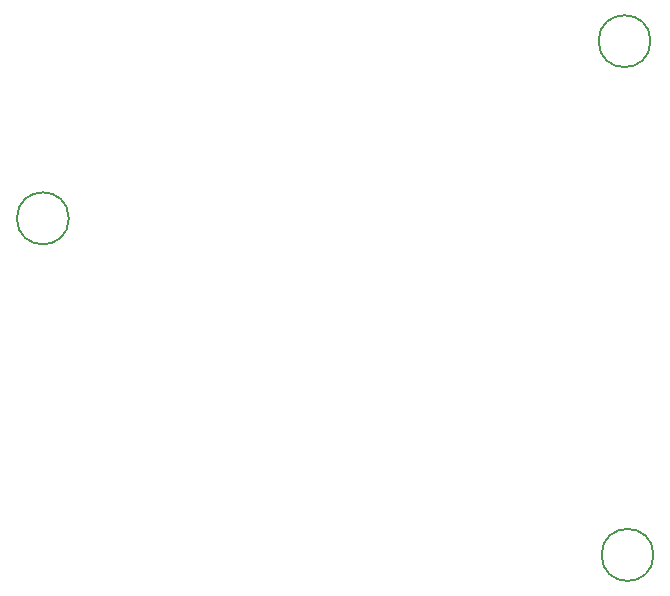
<source format=gbr>
G04 #@! TF.GenerationSoftware,KiCad,Pcbnew,9.0.7*
G04 #@! TF.CreationDate,2026-01-19T10:27:03-08:00*
G04 #@! TF.ProjectId,Tesla Ambient Lighting,5465736c-6120-4416-9d62-69656e74204c,rev?*
G04 #@! TF.SameCoordinates,Original*
G04 #@! TF.FileFunction,Other,Comment*
%FSLAX46Y46*%
G04 Gerber Fmt 4.6, Leading zero omitted, Abs format (unit mm)*
G04 Created by KiCad (PCBNEW 9.0.7) date 2026-01-19 10:27:03*
%MOMM*%
%LPD*%
G01*
G04 APERTURE LIST*
%ADD10C,0.150000*%
G04 APERTURE END LIST*
D10*
G04 #@! TO.C,REF\u002A\u002A*
X124950000Y-96250000D02*
G75*
G02*
X120550000Y-96250000I-2200000J0D01*
G01*
X120550000Y-96250000D02*
G75*
G02*
X124950000Y-96250000I2200000J0D01*
G01*
X174450000Y-124750000D02*
G75*
G02*
X170050000Y-124750000I-2200000J0D01*
G01*
X170050000Y-124750000D02*
G75*
G02*
X174450000Y-124750000I2200000J0D01*
G01*
X174200000Y-81250000D02*
G75*
G02*
X169800000Y-81250000I-2200000J0D01*
G01*
X169800000Y-81250000D02*
G75*
G02*
X174200000Y-81250000I2200000J0D01*
G01*
G04 #@! TD*
M02*

</source>
